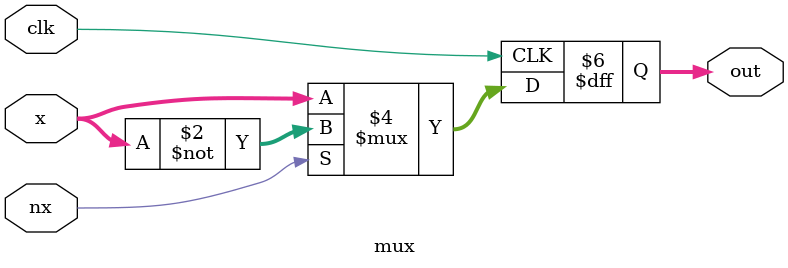
<source format=v>
`timescale 1ns / 1ps


module mux(
    input clk,
    input nx,
    input[15:0] x,
    output reg [15:0] out
    );
    
    always@(posedge clk)
    begin
    if(nx)
    out<=~x;
    else
    out<=x;
    end
endmodule

</source>
